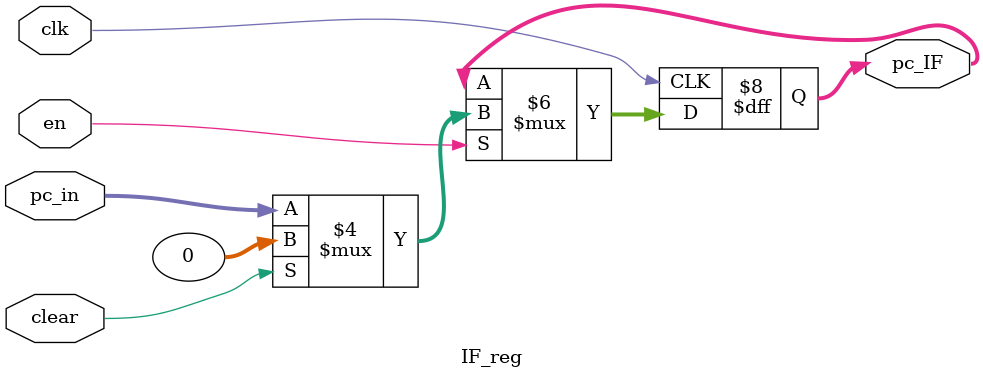
<source format=v>
module IF_reg(
           input clk, en, clear,
           input [31: 0] pc_in,
           output reg [31: 0] pc_IF
       );
initial begin
    pc_IF=0;
end

always @(posedge clk) begin
    if(en) begin
        if(clear)
            pc_IF <= 0;
        else
            pc_IF <= pc_in;
    end
end

endmodule
</source>
